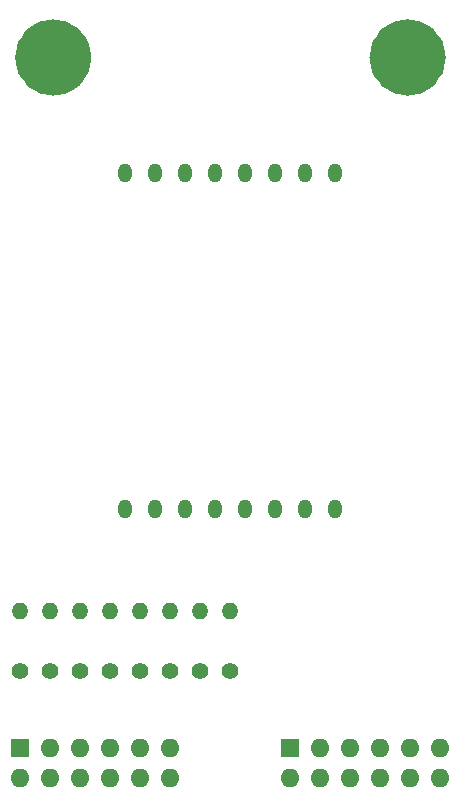
<source format=gbs>
G04 #@! TF.GenerationSoftware,KiCad,Pcbnew,(7.0.0)*
G04 #@! TF.CreationDate,2023-03-12T18:52:53+09:00*
G04 #@! TF.ProjectId,Pmod_MatrixLED,506d6f64-5f4d-4617-9472-69784c45442e,rev?*
G04 #@! TF.SameCoordinates,Original*
G04 #@! TF.FileFunction,Soldermask,Bot*
G04 #@! TF.FilePolarity,Negative*
%FSLAX46Y46*%
G04 Gerber Fmt 4.6, Leading zero omitted, Abs format (unit mm)*
G04 Created by KiCad (PCBNEW (7.0.0)) date 2023-03-12 18:52:53*
%MOMM*%
%LPD*%
G01*
G04 APERTURE LIST*
%ADD10C,3.250000*%
%ADD11C,3.200000*%
%ADD12R,1.600000X1.600000*%
%ADD13O,1.600000X1.600000*%
%ADD14C,1.400000*%
%ADD15O,1.400000X1.400000*%
%ADD16O,1.200000X1.600000*%
G04 APERTURE END LIST*
G04 #@! TO.C,H1*
D10*
X-13375000Y24000000D02*
G75*
G03*
X-13375000Y24000000I-1625000J0D01*
G01*
G04 #@! TO.C,H2*
X16625000Y24000000D02*
G75*
G03*
X16625000Y24000000I-1625000J0D01*
G01*
G04 #@! TD*
D11*
G04 #@! TO.C,H1*
X-15000000Y24000000D03*
G04 #@! TD*
G04 #@! TO.C,H2*
X15000000Y24000000D03*
G04 #@! TD*
D12*
G04 #@! TO.C,J1*
X5079999Y-34489999D03*
D13*
X7619999Y-34489999D03*
X10159999Y-34489999D03*
X12699999Y-34489999D03*
X15239999Y-34489999D03*
X17779999Y-34489999D03*
X5079999Y-37029999D03*
X7619999Y-37029999D03*
X10159999Y-37029999D03*
X12699999Y-37029999D03*
X15239999Y-37029999D03*
X17779999Y-37029999D03*
G04 #@! TD*
D14*
G04 #@! TO.C,R8*
X-2540000Y-27940000D03*
D15*
X-2539999Y-22859999D03*
G04 #@! TD*
D14*
G04 #@! TO.C,R4*
X-12700000Y-27940000D03*
D15*
X-12699999Y-22859999D03*
G04 #@! TD*
D14*
G04 #@! TO.C,R2*
X-17780000Y-27940000D03*
D15*
X-17779999Y-22859999D03*
G04 #@! TD*
D14*
G04 #@! TO.C,R3*
X-10160000Y-27940000D03*
D15*
X-10159999Y-22859999D03*
G04 #@! TD*
D14*
G04 #@! TO.C,R1*
X-15240000Y-27940000D03*
D15*
X-15239999Y-22859999D03*
G04 #@! TD*
D14*
G04 #@! TO.C,R6*
X-7620000Y-27940000D03*
D15*
X-7619999Y-22859999D03*
G04 #@! TD*
D12*
G04 #@! TO.C,J2*
X-17779999Y-34489999D03*
D13*
X-15239999Y-34489999D03*
X-12699999Y-34489999D03*
X-10159999Y-34489999D03*
X-7619999Y-34489999D03*
X-5079999Y-34489999D03*
X-17779999Y-37029999D03*
X-15239999Y-37029999D03*
X-12699999Y-37029999D03*
X-10159999Y-37029999D03*
X-7619999Y-37029999D03*
X-5079999Y-37029999D03*
G04 #@! TD*
D14*
G04 #@! TO.C,R5*
X-5080000Y-27940000D03*
D15*
X-5079999Y-22859999D03*
G04 #@! TD*
D16*
G04 #@! TO.C,U1*
X-8889999Y-14199999D03*
X-6349999Y-14199999D03*
X-3809999Y-14199999D03*
X-1269999Y-14199999D03*
X1269999Y-14199999D03*
X3809999Y-14199999D03*
X6349999Y-14199999D03*
X8889999Y-14199999D03*
X8889999Y14199999D03*
X6349999Y14199999D03*
X3809999Y14199999D03*
X1269999Y14199999D03*
X-1269999Y14199999D03*
X-3809999Y14199999D03*
X-6349999Y14199999D03*
X-8889999Y14199999D03*
G04 #@! TD*
D14*
G04 #@! TO.C,R7*
X0Y-27940000D03*
D15*
X0Y-22859999D03*
G04 #@! TD*
M02*

</source>
